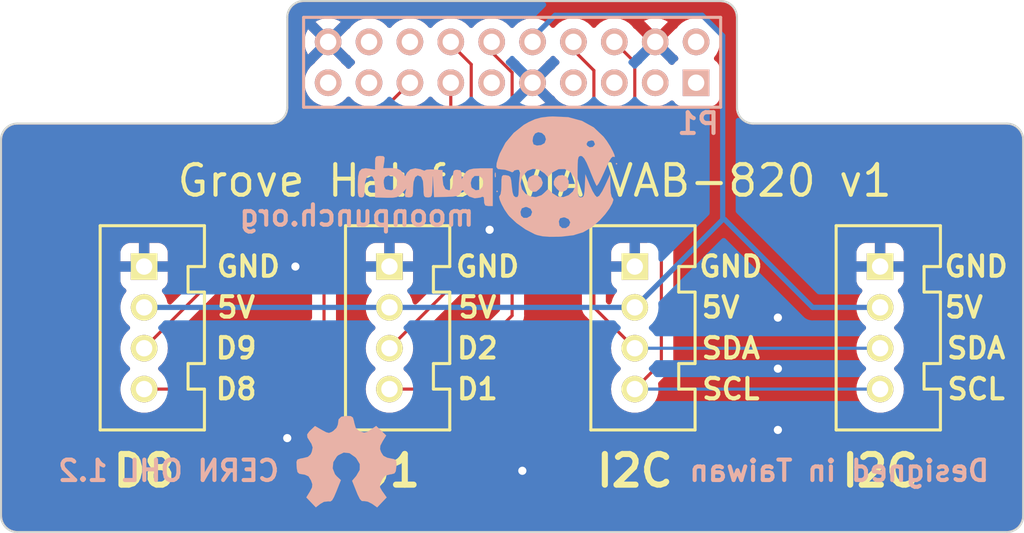
<source format=kicad_pcb>
(kicad_pcb (version 20221018) (generator pcbnew)
  (title_block (title "Grove Hat for VIA VAB-820") (rev "1") (company "Moonpunch") (comment 1 "CERN Open Hardware License 1.2"))
  (layers (0 "F.Cu" signal) (31 "B.Cu" signal) (34 "B.Paste" user) (35 "F.Paste" user) (36 "B.SilkS" user) (37 "F.SilkS" user) (38 "B.Mask" user) (39 "F.Mask" user) (44 "Edge.Cuts" user))
  (net 0 "")
  (net 1 "+5V")
  (net 2 "/D1")
  (net 3 "/D2")
  (net 4 "/D8")
  (net 5 "/D9")
  (net 6 "/SCL")
  (net 7 "/SDA")
  (net 8 "GND")
  (footprint "TWIG_2.0" (layer "F.Cu") (at 226 160 -90)
    (fp_text reference "P2" hide)
    (fp_text value "GROVE" hide)
    (fp_line (start -5 -2.95) (end -5 2.15) (stroke (width 0.15)) (layer "F.SilkS"))
    (fp_line (start -5 2.15) (end 5 2.15) (stroke (width 0.15)) (layer "F.SilkS"))
    (fp_line (start -3 -2.95) (end -5 -2.95) (stroke (width 0.15)) (layer "F.SilkS"))
    (fp_line (start -3 -2.15) (end -3 -2.95) (stroke (width 0.15)) (layer "F.SilkS"))
    (fp_line (start -1.75 -2.95) (end -1.75 -2.15) (stroke (width 0.15)) (layer "F.SilkS"))
    (fp_line (start -1.75 -2.15) (end -3 -2.15) (stroke (width 0.15)) (layer "F.SilkS"))
    (fp_line (start 1.75 -2.95) (end -1.75 -2.95) (stroke (width 0.15)) (layer "F.SilkS"))
    (fp_line (start 1.75 -2.15) (end 1.75 -2.95) (stroke (width 0.15)) (layer "F.SilkS"))
    (fp_line (start 3 -2.95) (end 3 -2.15) (stroke (width 0.15)) (layer "F.SilkS"))
    (fp_line (start 3 -2.15) (end 1.75 -2.15) (stroke (width 0.15)) (layer "F.SilkS"))
    (fp_line (start 5 -2.95) (end 3 -2.95) (stroke (width 0.15)) (layer "F.SilkS"))
    (fp_line (start 5 2.15) (end 5 -2.95) (stroke (width 0.15)) (layer "F.SilkS"))
    (pad "1" thru_hole rect (at -3 0 270) (size 1.3 1.3) (drill 0.8) (layers "*.Cu" "*.Mask" "F.SilkS") (net 8 "GND"))
    (pad "2" thru_hole circle (at -1 0 270) (size 1.3 1.3) (drill 0.8) (layers "*.Cu" "*.Mask" "F.SilkS") (net 1 "+5V"))
    (pad "3" thru_hole circle (at 1 0 270) (size 1.3 1.3) (drill 0.8) (layers "*.Cu" "*.Mask" "F.SilkS") (net 7 "/SDA"))
    (pad "4" thru_hole circle (at 3 0 270) (size 1.3 1.3) (drill 0.8) (layers "*.Cu" "*.Mask" "F.SilkS") (net 6 "/SCL"))
  )
  (footprint "TWIG_2.0" (layer "F.Cu") (at 238 160 -90)
    (fp_text reference "P3" hide)
    (fp_text value "GROVE" hide)
    (fp_line (start -5 -2.95) (end -5 2.15) (stroke (width 0.15)) (layer "F.SilkS"))
    (fp_line (start -5 2.15) (end 5 2.15) (stroke (width 0.15)) (layer "F.SilkS"))
    (fp_line (start -3 -2.95) (end -5 -2.95) (stroke (width 0.15)) (layer "F.SilkS"))
    (fp_line (start -3 -2.15) (end -3 -2.95) (stroke (width 0.15)) (layer "F.SilkS"))
    (fp_line (start -1.75 -2.95) (end -1.75 -2.15) (stroke (width 0.15)) (layer "F.SilkS"))
    (fp_line (start -1.75 -2.15) (end -3 -2.15) (stroke (width 0.15)) (layer "F.SilkS"))
    (fp_line (start 1.75 -2.95) (end -1.75 -2.95) (stroke (width 0.15)) (layer "F.SilkS"))
    (fp_line (start 1.75 -2.15) (end 1.75 -2.95) (stroke (width 0.15)) (layer "F.SilkS"))
    (fp_line (start 3 -2.95) (end 3 -2.15) (stroke (width 0.15)) (layer "F.SilkS"))
    (fp_line (start 3 -2.15) (end 1.75 -2.15) (stroke (width 0.15)) (layer "F.SilkS"))
    (fp_line (start 5 -2.95) (end 3 -2.95) (stroke (width 0.15)) (layer "F.SilkS"))
    (fp_line (start 5 2.15) (end 5 -2.95) (stroke (width 0.15)) (layer "F.SilkS"))
    (pad "1" thru_hole rect (at -3 0 270) (size 1.3 1.3) (drill 0.8) (layers "*.Cu" "*.Mask" "F.SilkS") (net 8 "GND"))
    (pad "2" thru_hole circle (at -1 0 270) (size 1.3 1.3) (drill 0.8) (layers "*.Cu" "*.Mask" "F.SilkS") (net 1 "+5V"))
    (pad "3" thru_hole circle (at 1 0 270) (size 1.3 1.3) (drill 0.8) (layers "*.Cu" "*.Mask" "F.SilkS") (net 7 "/SDA"))
    (pad "4" thru_hole circle (at 3 0 270) (size 1.3 1.3) (drill 0.8) (layers "*.Cu" "*.Mask" "F.SilkS") (net 6 "/SCL"))
  )
  (footprint "TWIG_2.0" (layer "F.Cu") (at 214 160 -90)
    (fp_text reference "P4" hide)
    (fp_text value "GROVE" hide)
    (fp_line (start -5 -2.95) (end -5 2.15) (stroke (width 0.15)) (layer "F.SilkS"))
    (fp_line (start -5 2.15) (end 5 2.15) (stroke (width 0.15)) (layer "F.SilkS"))
    (fp_line (start -3 -2.95) (end -5 -2.95) (stroke (width 0.15)) (layer "F.SilkS"))
    (fp_line (start -3 -2.15) (end -3 -2.95) (stroke (width 0.15)) (layer "F.SilkS"))
    (fp_line (start -1.75 -2.95) (end -1.75 -2.15) (stroke (width 0.15)) (layer "F.SilkS"))
    (fp_line (start -1.75 -2.15) (end -3 -2.15) (stroke (width 0.15)) (layer "F.SilkS"))
    (fp_line (start 1.75 -2.95) (end -1.75 -2.95) (stroke (width 0.15)) (layer "F.SilkS"))
    (fp_line (start 1.75 -2.15) (end 1.75 -2.95) (stroke (width 0.15)) (layer "F.SilkS"))
    (fp_line (start 3 -2.95) (end 3 -2.15) (stroke (width 0.15)) (layer "F.SilkS"))
    (fp_line (start 3 -2.15) (end 1.75 -2.15) (stroke (width 0.15)) (layer "F.SilkS"))
    (fp_line (start 5 -2.95) (end 3 -2.95) (stroke (width 0.15)) (layer "F.SilkS"))
    (fp_line (start 5 2.15) (end 5 -2.95) (stroke (width 0.15)) (layer "F.SilkS"))
    (pad "1" thru_hole rect (at -3 0 270) (size 1.3 1.3) (drill 0.8) (layers "*.Cu" "*.Mask" "F.SilkS") (net 8 "GND"))
    (pad "2" thru_hole circle (at -1 0 270) (size 1.3 1.3) (drill 0.8) (layers "*.Cu" "*.Mask" "F.SilkS") (net 1 "+5V"))
    (pad "3" thru_hole circle (at 1 0 270) (size 1.3 1.3) (drill 0.8) (layers "*.Cu" "*.Mask" "F.SilkS") (net 3 "/D2"))
    (pad "4" thru_hole circle (at 3 0 270) (size 1.3 1.3) (drill 0.8) (layers "*.Cu" "*.Mask" "F.SilkS") (net 2 "/D1"))
  )
  (footprint "TWIG_2.0" (layer "F.Cu") (at 202 160 -90)
    (fp_text reference "P5" hide)
    (fp_text value "GROVE" hide)
    (fp_line (start -5 -2.95) (end -5 2.15) (stroke (width 0.15)) (layer "F.SilkS"))
    (fp_line (start -5 2.15) (end 5 2.15) (stroke (width 0.15)) (layer "F.SilkS"))
    (fp_line (start -3 -2.95) (end -5 -2.95) (stroke (width 0.15)) (layer "F.SilkS"))
    (fp_line (start -3 -2.15) (end -3 -2.95) (stroke (width 0.15)) (layer "F.SilkS"))
    (fp_line (start -1.75 -2.95) (end -1.75 -2.15) (stroke (width 0.15)) (layer "F.SilkS"))
    (fp_line (start -1.75 -2.15) (end -3 -2.15) (stroke (width 0.15)) (layer "F.SilkS"))
    (fp_line (start 1.75 -2.95) (end -1.75 -2.95) (stroke (width 0.15)) (layer "F.SilkS"))
    (fp_line (start 1.75 -2.15) (end 1.75 -2.95) (stroke (width 0.15)) (layer "F.SilkS"))
    (fp_line (start 3 -2.95) (end 3 -2.15) (stroke (width 0.15)) (layer "F.SilkS"))
    (fp_line (start 3 -2.15) (end 1.75 -2.15) (stroke (width 0.15)) (layer "F.SilkS"))
    (fp_line (start 5 -2.95) (end 3 -2.95) (stroke (width 0.15)) (layer "F.SilkS"))
    (fp_line (start 5 2.15) (end 5 -2.95) (stroke (width 0.15)) (layer "F.SilkS"))
    (pad "1" thru_hole rect (at -3 0 270) (size 1.3 1.3) (drill 0.8) (layers "*.Cu" "*.Mask" "F.SilkS") (net 8 "GND"))
    (pad "2" thru_hole circle (at -1 0 270) (size 1.3 1.3) (drill 0.8) (layers "*.Cu" "*.Mask" "F.SilkS") (net 1 "+5V"))
    (pad "3" thru_hole circle (at 1 0 270) (size 1.3 1.3) (drill 0.8) (layers "*.Cu" "*.Mask" "F.SilkS") (net 5 "/D9"))
    (pad "4" thru_hole circle (at 3 0 270) (size 1.3 1.3) (drill 0.8) (layers "*.Cu" "*.Mask" "F.SilkS") (net 4 "/D8"))
  )
  (footprint "pin_array_2mm_10x2" (layer "B.Cu") (at 220 147 180)
    (fp_text reference "P1" (at -9.1 -3 180) (layer "B.SilkS") (effects (font (size 1.016 1.016) (thickness 0.2032)) (justify mirror)))
    (fp_text value "CONN_10X2" hide)
    (fp_line (start -10.2 -2.2) (end 10.2 -2.2) (stroke (width 0.15)) (layer "B.SilkS"))
    (fp_line (start -10.2 2.2) (end -10.2 -2.2) (stroke (width 0.15)) (layer "B.SilkS"))
    (fp_line (start 10.2 -2.2) (end 10.2 2.2) (stroke (width 0.15)) (layer "B.SilkS"))
    (fp_line (start 10.2 2.2) (end -10.2 2.2) (stroke (width 0.15)) (layer "B.SilkS"))
    (pad "1" thru_hole rect (at -9 -1 180) (size 1.3 1.3) (drill 0.8) (layers "*.Cu" "*.Mask" "B.SilkS"))
    (pad "2" thru_hole circle (at -9 1 180) (size 1.3 1.3) (drill 0.8) (layers "*.Cu" "*.Mask" "B.SilkS"))
    (pad "3" thru_hole circle (at -7 -1 180) (size 1.3 1.3) (drill 0.8) (layers "*.Cu" "*.Mask" "B.SilkS"))
    (pad "4" thru_hole circle (at -7 1 180) (size 1.3 1.3) (drill 0.8) (layers "*.Cu" "*.Mask" "B.SilkS") (net 8 "GND"))
    (pad "5" thru_hole circle (at -5 -1 180) (size 1.3 1.3) (drill 0.8) (layers "*.Cu" "*.Mask" "B.SilkS"))
    (pad "6" thru_hole circle (at -5 1 180) (size 1.3 1.3) (drill 0.8) (layers "*.Cu" "*.Mask" "B.SilkS") (net 6 "/SCL"))
    (pad "7" thru_hole circle (at -3 -1 180) (size 1.3 1.3) (drill 0.8) (layers "*.Cu" "*.Mask" "B.SilkS"))
    (pad "8" thru_hole circle (at -3 1 180) (size 1.3 1.3) (drill 0.8) (layers "*.Cu" "*.Mask" "B.SilkS") (net 7 "/SDA"))
    (pad "9" thru_hole circle (at -1 -1 180) (size 1.3 1.3) (drill 0.8) (layers "*.Cu" "*.Mask" "B.SilkS") (net 8 "GND"))
    (pad "10" thru_hole circle (at -1 1 180) (size 1.3 1.3) (drill 0.8) (layers "*.Cu" "*.Mask" "B.SilkS") (net 1 "+5V"))
    (pad "11" thru_hole circle (at 1 -1 180) (size 1.3 1.3) (drill 0.8) (layers "*.Cu" "*.Mask" "B.SilkS"))
    (pad "12" thru_hole circle (at 1 1 180) (size 1.3 1.3) (drill 0.8) (layers "*.Cu" "*.Mask" "B.SilkS") (net 2 "/D1"))
    (pad "13" thru_hole circle (at 3 -1 180) (size 1.3 1.3) (drill 0.8) (layers "*.Cu" "*.Mask" "B.SilkS") (net 4 "/D8"))
    (pad "14" thru_hole circle (at 3 1 180) (size 1.3 1.3) (drill 0.8) (layers "*.Cu" "*.Mask" "B.SilkS") (net 3 "/D2"))
    (pad "15" thru_hole circle (at 5 -1 180) (size 1.3 1.3) (drill 0.8) (layers "*.Cu" "*.Mask" "B.SilkS") (net 5 "/D9"))
    (pad "16" thru_hole circle (at 5 1 180) (size 1.3 1.3) (drill 0.8) (layers "*.Cu" "*.Mask" "B.SilkS"))
    (pad "17" thru_hole circle (at 7 -1 180) (size 1.3 1.3) (drill 0.8) (layers "*.Cu" "*.Mask" "B.SilkS"))
    (pad "18" thru_hole circle (at 7 1 180) (size 1.3 1.3) (drill 0.8) (layers "*.Cu" "*.Mask" "B.SilkS"))
    (pad "19" thru_hole circle (at 9 -1 180) (size 1.3 1.3) (drill 0.8) (layers "*.Cu" "*.Mask" "B.SilkS"))
    (pad "20" thru_hole circle (at 9 1 180) (size 1.3 1.3) (drill 0.8) (layers "*.Cu" "*.Mask" "B.SilkS") (net 8 "GND"))
  )
  (footprint "OSHW" (layer "B.Cu") (at 211.9 166.6)
    (fp_text reference "G***" hide)
    (fp_text value "LOGO" hide)
    (fp_poly (pts (xy 2.44602 0.06604) (xy 2.4384 0.19812) (xy 2.41046 0.42164) (xy 2.34442 0.52832) (xy 2.1971 0.56896) (xy 2.1336 0.57658) (xy 1.91262 0.635) (xy 1.76784 0.78994) (xy 1.71958 0.88392) (xy 1.6383 1.0795) (xy 1.64338 1.2192) (xy 1.7399 1.38684) (xy 1.77546 1.4351) (xy 1.96596 1.70434) (xy 1.73228 1.94818) (xy 1.4986 2.19456) (xy 1.25222 2.0193) (xy 1.04394 1.91262) (xy 0.86106 1.88214) (xy 0.84582 1.88468) (xy 0.74676 1.8796) (xy 0.65278 1.78562) (xy 0.5461 1.57226) (xy 0.48006 1.4097) (xy 0.27178 0.889) (xy 0.47498 0.65024) (xy 0.64516 0.3556) (xy 0.6477 0.07366) (xy 0.48006 -0.20574) (xy 0.42926 -0.26162) (xy 0.14478 -0.46228) (xy -0.13716 -0.49276) (xy -0.40894 -0.35814) (xy -0.4699 -0.30226) (xy -0.64516 -0.0254) (xy -0.67564 0.28194) (xy -0.56388 0.56642) (xy -0.47752 0.66802) (xy -0.27432 0.85598) (xy -0.49022 1.39954) (xy -0.61214 1.68656) (xy -0.70358 1.84658) (xy -0.79248 1.905) (xy -0.88646 1.89738) (xy -1.10236 1.92024) (xy -1.2827 2.02184) (xy -1.50114 2.19202) (xy -1.73482 1.94818) (xy -1.9685 1.70434) (xy -1.79578 1.4224) (xy -1.6891 1.2192) (xy -1.67386 1.05918) (xy -1.73736 0.87122) (xy -1.85928 0.6731) (xy -2.04216 0.58928) (xy -2.1336 0.57658) (xy -2.3114 0.5461) (xy -2.39776 0.46482) (xy -2.43332 0.28448) (xy -2.44094 0.1905) (xy -2.44856 -0.03556) (xy -2.40538 -0.14732) (xy -2.26314 -0.19812) (xy -2.12852 -0.22098) (xy -1.88976 -0.28194) (xy -1.76022 -0.39878) (xy -1.69926 -0.52832) (xy -1.65608 -0.73914) (xy -1.71704 -0.92202) (xy -1.78054 -1.01854) (xy -1.91262 -1.22936) (xy -1.92786 -1.37668) (xy -1.82626 -1.52146) (xy -1.74498 -1.60274) (xy -1.54178 -1.79324) (xy -1.2065 -1.6002) (xy -0.99314 -1.4859) (xy -0.85852 -1.45288) (xy -0.73406 -1.4986) (xy -0.6477 -1.55194) (xy -0.49022 -1.70434) (xy -0.42418 -1.85928) (xy -0.38862 -2.11836) (xy -0.25654 -2.25044) (xy -0.00254 -2.286) (xy 0 -2.286) (xy 0.21082 -2.27584) (xy 0.31242 -2.20726) (xy 0.36576 -2.032) (xy 0.37846 -1.9558) (xy 0.44958 -1.70942) (xy 0.58674 -1.56972) (xy 0.67818 -1.524) (xy 0.8636 -1.47066) (xy 1.02108 -1.50622) (xy 1.18618 -1.61036) (xy 1.45034 -1.79832) (xy 1.69672 -1.56464) (xy 1.9431 -1.32842) (xy 1.7653 -1.0414) (xy 1.65608 -0.83058) (xy 1.64084 -0.66548) (xy 1.69164 -0.51308) (xy 1.8034 -0.33528) (xy 1.9939 -0.23876) (xy 2.12852 -0.21082) (xy 2.33934 -0.16764) (xy 2.43078 -0.09398) (xy 2.44602 0.06604)) (stroke (width 0.00254)) (fill solid) (layer "B.SilkS"))
  )
  (footprint "MOONPUNCHLOGO" (layer "B.Cu") (at 218.8 152.6)
    (fp_text reference "G***" hide)
    (fp_text value "MOONPUNCHLOGO" hide)
    (fp_poly (pts (xy 0.508 0.72136) (xy 0.46482 0.762) (xy 0.42164 0.72136) (xy 0.46482 0.67818) (xy 0.508 0.72136)) (stroke (width 0.00254)) (fill solid) (layer "B.SilkS"))
    (fp_poly (pts (xy 6.35 -0.635) (xy 6.30682 -0.59182) (xy 6.26364 -0.635) (xy 6.30682 -0.67564) (xy 6.35 -0.635)) (stroke (width 0.00254)) (fill solid) (layer "B.SilkS"))
    (fp_poly (pts (xy 6.35 0.635) (xy 6.30682 0.67818) (xy 6.26364 0.635) (xy 6.30682 0.59436) (xy 6.35 0.635)) (stroke (width 0.00254)) (fill solid) (layer "B.SilkS"))
    (fp_poly (pts (xy 0.40386 -0.01778) (xy 0.3937 0.02286) (xy 0.36322 0.03302) (xy 0.35052 -0.08382) (xy 0.36322 -0.2032) (xy 0.3937 -0.1905) (xy 0.40386 -0.01778)) (stroke (width 0.00254)) (fill solid) (layer "B.SilkS"))
    (fp_poly (pts (xy 2.70002 0.2921) (xy 2.65176 0.45974) (xy 2.54 0.59436) (xy 2.37998 0.72898) (xy 2.2479 0.74422) (xy 2.0955 0.67056) (xy 1.98374 0.5207) (xy 1.94818 0.29972) (xy 1.99898 0.08636) (xy 2.04724 0.01778) (xy 2.23774 -0.0762) (xy 2.45364 -0.05588) (xy 2.61366 0.06604) (xy 2.62128 0.07874) (xy 2.70002 0.2921)) (stroke (width 0.00254)) (fill solid) (layer "B.SilkS"))
    (fp_poly (pts (xy 3.96748 0.20574) (xy 3.96494 0.43434) (xy 3.87858 0.62484) (xy 3.81508 0.67564) (xy 3.65252 0.7493) (xy 3.54076 0.73152) (xy 3.39852 0.60452) (xy 3.38582 0.59436) (xy 3.24358 0.40894) (xy 3.23596 0.23622) (xy 3.30454 0.07874) (xy 3.45694 -0.0508) (xy 3.6703 -0.07874) (xy 3.86588 0.00762) (xy 3.87604 0.01778) (xy 3.96748 0.20574)) (stroke (width 0.00254)) (fill solid) (layer "B.SilkS"))
    (fp_poly (pts (xy 0.254 1.44018) (xy 0.04064 1.44018) (xy -0.11176 1.41224) (xy -0.1651 1.2954) (xy -0.17018 1.18872) (xy -0.18288 1.016) (xy -0.19812 1.00584) (xy -0.19812 0.27432) (xy -0.26162 0.07874) (xy -0.41402 -0.0381) (xy -0.62738 -0.03302) (xy -0.63754 -0.03048) (xy -0.76708 0.09652) (xy -0.82296 0.30226) (xy -0.79248 0.50292) (xy -0.762 0.55118) (xy -0.57912 0.66548) (xy -0.38354 0.63754) (xy -0.254 0.50546) (xy -0.19812 0.27432) (xy -0.19812 1.00584) (xy -0.24892 0.98044) (xy -0.36322 1.02362) (xy -0.62738 1.05918) (xy -0.89916 0.97282) (xy -1.10744 0.78486) (xy -1.11506 0.77216) (xy -1.19888 0.65786) (xy -1.2573 0.68834) (xy -1.31064 0.78994) (xy -1.37922 0.88646) (xy -1.49352 0.94488) (xy -1.69418 0.97536) (xy -2.01168 0.98806) (xy -2.61874 1.0033) (xy -2.64922 0.43942) (xy -2.67716 -0.127) (xy -2.69494 0.4445) (xy -2.70764 0.74676) (xy -2.7305 0.91948) (xy -2.78384 0.99568) (xy -2.88036 1.016) (xy -2.921 1.016) (xy -3.04546 1.0033) (xy -3.10642 0.9398) (xy -3.13182 0.77978) (xy -3.13436 0.56134) (xy -3.1623 0.21082) (xy -3.24612 0.0127) (xy -3.26136 0) (xy -3.41884 -0.0635) (xy -3.5433 0.02794) (xy -3.6195 0.25908) (xy -3.64236 0.56134) (xy -3.64744 0.82296) (xy -3.67792 0.96012) (xy -3.75158 1.00838) (xy -3.86334 1.016) (xy -4.01828 0.99568) (xy -4.04876 0.89916) (xy -4.02844 0.79502) (xy -3.97256 0.57404) (xy -4.16814 0.79502) (xy -4.29768 0.92202) (xy -4.41452 0.98552) (xy -4.41452 0.381) (xy -4.4323 0.1524) (xy -4.52882 0.00254) (xy -4.7117 -0.06096) (xy -4.86918 -0.0508) (xy -5.01904 0.02032) (xy -5.07492 0.1651) (xy -5.08 0.2921) (xy -5.05206 0.49784) (xy -4.98348 0.61722) (xy -4.97586 0.6223) (xy -4.70916 0.66548) (xy -4.50596 0.57658) (xy -4.41452 0.381) (xy -4.41452 0.98552) (xy -4.43738 0.99822) (xy -4.63296 1.03124) (xy -4.93268 1.03378) (xy -5.10286 1.0287) (xy -5.50418 1.016) (xy -5.50418 0.56134) (xy -5.53212 0.21082) (xy -5.61848 0.0127) (xy -5.63118 0) (xy -5.7912 -0.0635) (xy -5.91312 0.02794) (xy -5.98932 0.25908) (xy -6.01218 0.56134) (xy -6.0198 0.8255) (xy -6.05282 0.96266) (xy -6.12648 1.01346) (xy -6.18236 1.016) (xy -6.26872 1.00076) (xy -6.31952 0.93218) (xy -6.34492 0.77216) (xy -6.35 0.49022) (xy -6.35 0.39116) (xy -6.33476 -0.00254) (xy -6.27634 -0.25146) (xy -6.1595 -0.381) (xy -5.96646 -0.41402) (xy -5.80136 -0.39624) (xy -5.50418 -0.34798) (xy -5.50418 -0.68326) (xy -5.49402 -0.89662) (xy -5.43814 -0.99314) (xy -5.30098 -1.016) (xy -5.25526 -1.016) (xy -5.0927 -1.0033) (xy -5.03428 -0.93218) (xy -5.04952 -0.7493) (xy -5.0546 -0.71882) (xy -5.10286 -0.42164) (xy -4.71424 -0.42164) (xy -4.44246 -0.40132) (xy -4.26974 -0.32258) (xy -4.17576 -0.22352) (xy -4.0259 -0.02286) (xy -3.937 -0.2032) (xy -3.77952 -0.35306) (xy -3.53568 -0.41148) (xy -3.27406 -0.36576) (xy -3.22326 -0.34036) (xy -3.09118 -0.2921) (xy -3.05054 -0.31496) (xy -2.97434 -0.34544) (xy -2.77876 -0.35814) (xy -2.62636 -0.35052) (xy -2.20218 -0.32258) (xy -2.20218 0.08382) (xy -2.16408 0.4064) (xy -2.05994 0.60706) (xy -1.89738 0.66548) (xy -1.82372 0.6477) (xy -1.74244 0.5588) (xy -1.7018 0.35052) (xy -1.69418 0.12954) (xy -1.6891 -0.13716) (xy -1.66116 -0.27686) (xy -1.59004 -0.3302) (xy -1.48336 -0.33782) (xy -1.32588 -0.30734) (xy -1.27254 -0.1778) (xy -1.26746 -0.10414) (xy -1.26492 0.127) (xy -1.14046 -0.09906) (xy -1.03632 -0.254) (xy -0.89916 -0.34544) (xy -0.69088 -0.3937) (xy -0.36576 -0.40894) (xy -0.23368 -0.40894) (xy 0.254 -0.40894) (xy 0.254 0.51562) (xy 0.254 1.44018)) (stroke (width 0.00254)) (fill solid) (layer "B.SilkS"))
    (fp_poly (pts (xy 6.22554 -0.96774) (xy 6.18998 -0.96774) (xy 6.1214 -0.9779) (xy 6.0452 -0.91186) (xy 5.9436 -0.74676) (xy 5.80898 -0.45974) (xy 5.66928 -0.14732) (xy 5.53466 0.14224) (xy 5.4229 0.35052) (xy 5.3467 0.44704) (xy 5.32892 0.44704) (xy 5.27558 0.3429) (xy 5.24764 0.2794) (xy 5.24764 -1.60782) (xy 5.18668 -1.75006) (xy 5.08254 -1.778) (xy 4.90728 -1.7272) (xy 4.84124 -1.60782) (xy 4.86664 -1.524) (xy 4.99364 -1.43764) (xy 5.14604 -1.45796) (xy 5.24256 -1.5621) (xy 5.24764 -1.60782) (xy 5.24764 0.2794) (xy 5.17652 0.12192) (xy 5.05206 -0.1778) (xy 4.99872 -0.3175) (xy 4.84632 -0.67564) (xy 4.72694 -0.89408) (xy 4.62534 -0.99822) (xy 4.56184 -1.016) (xy 4.49326 -1.0033) (xy 4.44754 -0.94742) (xy 4.4196 -0.82296) (xy 4.4069 -0.5969) (xy 4.40182 -0.24638) (xy 4.40182 0) (xy 4.40436 0.42926) (xy 4.41198 0.71628) (xy 4.42976 0.89154) (xy 4.46532 0.98044) (xy 4.5212 1.01346) (xy 4.56692 1.016) (xy 4.65582 0.99568) (xy 4.70916 0.91186) (xy 4.73964 0.72898) (xy 4.75742 0.44958) (xy 4.78282 -0.11938) (xy 5.00634 0.42672) (xy 5.13334 0.70358) (xy 5.2578 0.90932) (xy 5.34924 0.99822) (xy 5.35178 0.99822) (xy 5.461 0.93472) (xy 5.60578 0.71374) (xy 5.73786 0.44958) (xy 6.00202 -0.127) (xy 6.00456 0.43688) (xy 6.02488 0.79756) (xy 6.07568 0.99822) (xy 6.11632 1.03886) (xy 6.15696 1.1303) (xy 6.09854 1.31318) (xy 5.95884 1.5621) (xy 5.7531 1.8415) (xy 5.50164 2.1209) (xy 5.09524 2.47904) (xy 4.67614 2.72034) (xy 4.29514 2.83718) (xy 4.29514 0.1905) (xy 4.24688 0.04064) (xy 4.04368 -0.23368) (xy 3.7719 -0.37338) (xy 3.46964 -0.36576) (xy 3.175 -0.20828) (xy 3.12166 -0.16002) (xy 2.9464 0.01524) (xy 2.85496 -0.08382) (xy 2.85496 -1.8288) (xy 2.79908 -2.0066) (xy 2.65938 -2.13614) (xy 2.4765 -2.17932) (xy 2.3241 -2.11328) (xy 2.23012 -1.9558) (xy 2.19964 -1.75006) (xy 2.2479 -1.5875) (xy 2.25552 -1.57988) (xy 2.41046 -1.524) (xy 2.6162 -1.54686) (xy 2.7813 -1.6383) (xy 2.78892 -1.64592) (xy 2.85496 -1.8288) (xy 2.85496 -0.08382) (xy 2.78384 -0.16002) (xy 2.51206 -0.34798) (xy 2.21742 -0.38354) (xy 1.94056 -0.2794) (xy 1.71958 -0.0381) (xy 1.6764 0.04064) (xy 1.6129 0.3429) (xy 1.68402 0.61468) (xy 1.8542 0.83058) (xy 2.09042 0.96774) (xy 2.3622 1.00076) (xy 2.63398 0.90678) (xy 2.75336 0.80772) (xy 2.96164 0.60198) (xy 3.16992 0.80772) (xy 3.429 0.97282) (xy 3.70586 0.99822) (xy 3.9624 0.90678) (xy 4.16814 0.72644) (xy 4.2926 0.48006) (xy 4.29514 0.1905) (xy 4.29514 2.83718) (xy 4.2037 2.86766) (xy 4.04368 2.88544) (xy 4.04368 2.2352) (xy 3.96494 2.0828) (xy 3.7846 1.99644) (xy 3.71602 1.99136) (xy 3.54584 2.03962) (xy 3.48488 2.19202) (xy 3.5179 2.4003) (xy 3.64998 2.51714) (xy 3.83032 2.51714) (xy 3.98272 2.40538) (xy 4.04368 2.2352) (xy 4.04368 2.88544) (xy 3.62966 2.9337) (xy 3.46964 2.94132) (xy 3.01752 2.94386) (xy 2.68732 2.91846) (xy 2.4257 2.86004) (xy 2.30632 2.81686) (xy 2.17932 2.75082) (xy 2.17932 1.7272) (xy 2.10312 1.57226) (xy 1.92278 1.48844) (xy 1.8542 1.48336) (xy 1.6764 1.5494) (xy 1.60782 1.72212) (xy 1.64084 1.91008) (xy 1.75514 2.01422) (xy 1.93294 2.01676) (xy 2.10312 1.9177) (xy 2.1209 1.89738) (xy 2.17932 1.7272) (xy 2.17932 2.75082) (xy 1.85166 2.58064) (xy 1.41732 2.2733) (xy 1.06426 1.94056) (xy 0.98806 1.84658) (xy 0.8255 1.60782) (xy 0.68834 1.35636) (xy 0.59436 1.13284) (xy 0.5588 0.9779) (xy 0.58928 0.93218) (xy 0.63754 0.85344) (xy 0.66802 0.65024) (xy 0.67564 0.4191) (xy 0.67818 0.13462) (xy 0.70104 -0.01524) (xy 0.75946 -0.07366) (xy 0.87122 -0.07366) (xy 0.90932 -0.06858) (xy 1.03886 -0.04064) (xy 1.11506 0.02794) (xy 1.1557 0.18542) (xy 1.18364 0.46482) (xy 1.22174 0.76454) (xy 1.27508 0.92964) (xy 1.3589 0.99822) (xy 1.37414 1.00076) (xy 1.46304 0.99314) (xy 1.50876 0.89662) (xy 1.52146 0.67818) (xy 1.524 0.6096) (xy 1.53416 0.29972) (xy 1.5621 0.01016) (xy 1.5748 -0.07366) (xy 1.59766 -0.25654) (xy 1.54432 -0.32766) (xy 1.4478 -0.33782) (xy 1.30556 -0.30226) (xy 1.27 -0.25146) (xy 1.20904 -0.21336) (xy 1.08204 -0.26416) (xy 0.8509 -0.33782) (xy 0.65786 -0.3556) (xy 0.50292 -0.37592) (xy 0.4318 -0.46736) (xy 0.43942 -0.6477) (xy 0.52832 -0.94742) (xy 0.5969 -1.13538) (xy 0.87376 -1.66116) (xy 1.27762 -2.14376) (xy 1.77038 -2.53746) (xy 2.00152 -2.66954) (xy 2.31648 -2.81178) (xy 2.61874 -2.8956) (xy 2.97942 -2.93878) (xy 3.1877 -2.94894) (xy 3.94716 -2.91338) (xy 4.61518 -2.73304) (xy 5.1943 -2.413) (xy 5.6769 -1.95326) (xy 5.83438 -1.74498) (xy 5.9944 -1.49352) (xy 6.12394 -1.25476) (xy 6.20522 -1.06934) (xy 6.22554 -0.96774)) (stroke (width 0.00254)) (fill solid) (layer "B.SilkS"))
  )
  (gr_arc (start 230.2 144) (mid 230.765685 144.234315) (end 231 144.8) (stroke (width 0.1)) (layer "Edge.Cuts"))
  (gr_line (start 209 149.2) (end 209 144.8) (stroke (width 0.1)) (layer "Edge.Cuts"))
  (gr_line (start 231.8 150) (end 244.2 150) (stroke (width 0.1)) (layer "Edge.Cuts"))
  (gr_line (start 209.8 144) (end 230.2 144) (stroke (width 0.1)) (layer "Edge.Cuts"))
  (gr_arc (start 209 149.2) (mid 208.765685 149.765685) (end 208.2 150) (stroke (width 0.1)) (layer "Edge.Cuts"))
  (gr_arc (start 209 144.8) (mid 209.234315 144.234315) (end 209.8 144) (stroke (width 0.1)) (layer "Edge.Cuts"))
  (gr_line (start 208.2 150) (end 195.8 150) (stroke (width 0.1)) (layer "Edge.Cuts"))
  (gr_arc (start 245 169.2) (mid 244.765685 169.765685) (end 244.2 170) (stroke (width 0.1)) (layer "Edge.Cuts"))
  (gr_line (start 245 169.2) (end 245 150.8) (stroke (width 0.1)) (layer "Edge.Cuts"))
  (gr_arc (start 231.8 150) (mid 231.234315 149.765685) (end 231 149.2) (stroke (width 0.1)) (layer "Edge.Cuts"))
  (gr_arc (start 244.2 150) (mid 244.765685 150.234315) (end 245 150.8) (stroke (width 0.1)) (layer "Edge.Cuts"))
  (gr_arc (start 195 150.8) (mid 195.234315 150.234315) (end 195.8 150) (stroke (width 0.1)) (layer "Edge.Cuts"))
  (gr_line (start 231 144.8) (end 231 149.2) (stroke (width 0.1)) (layer "Edge.Cuts"))
  (gr_arc (start 195.8 170) (mid 195.234315 169.765685) (end 195 169.2) (stroke (width 0.1)) (layer "Edge.Cuts"))
  (gr_line (start 195 150.8) (end 195 169.2) (stroke (width 0.1)) (layer "Edge.Cuts"))
  (gr_line (start 195.8 170) (end 244.2 170) (stroke (width 0.1)) (layer "Edge.Cuts"))
  (gr_text "CERN OHL 1.2" (at 203.2 167) (layer "B.SilkS") (effects (font (size 1 1) (thickness 0.2)) (justify mirror)))
  (gr_text "moonpunch.org" (at 212.4 154.5) (layer "B.SilkS") (effects (font (size 1 1) (thickness 0.2)) (justify mirror)))
  (gr_text "Designed in Taiwan" (at 236 167) (layer "B.SilkS") (effects (font (size 1 1) (thickness 0.2)) (justify mirror)))
  (gr_text "5V" (at 218.3 159) (layer "F.SilkS") (effects (font (size 1 1) (thickness 0.2))))
  (gr_text "GND\n" (at 242.7 157) (layer "F.SilkS") (effects (font (size 1 1) (thickness 0.2))))
  (gr_text "SDA" (at 242.7 161) (layer "F.SilkS") (effects (font (size 1 1) (thickness 0.2))))
  (gr_text "GND" (at 230.7 157) (layer "F.SilkS") (effects (font (size 1 1) (thickness 0.2))))
  (gr_text "D8" (at 206.5 163) (layer "F.SilkS") (effects (font (size 1 1) (thickness 0.2))))
  (gr_text "GND" (at 207.1 157) (layer "F.SilkS") (effects (font (size 1 1) (thickness 0.2))))
  (gr_text "GND" (at 218.8 157) (layer "F.SilkS") (effects (font (size 1 1) (thickness 0.2))))
  (gr_text "D1" (at 218.3 163) (layer "F.SilkS") (effects (font (size 1 1) (thickness 0.2))))
  (gr_text "5V" (at 206.5 159) (layer "F.SilkS") (effects (font (size 1 1) (thickness 0.2))))
  (gr_text "SDA" (at 230.7 161) (layer "F.SilkS") (effects (font (size 1 1) (thickness 0.2))))
  (gr_text "I2C" (at 226 167) (layer "F.SilkS") (effects (font (size 1.5 1.5) (thickness 0.3))))
  (gr_text "D2" (at 218.3 161) (layer "F.SilkS") (effects (font (size 1 1) (thickness 0.2))))
  (gr_text "I2C" (at 238 167) (layer "F.SilkS") (effects (font (size 1.5 1.5) (thickness 0.3))))
  (gr_text "Grove Hat for VIA VAB-820 v1" (at 221.1 152.8) (layer "F.SilkS") (effects (font (size 1.5 1.5) (thickness 0.2))))
  (gr_text "SCL" (at 242.7 163) (layer "F.SilkS") (effects (font (size 1 1) (thickness 0.2))))
  (gr_text "SCL" (at 230.7 163) (layer "F.SilkS") (effects (font (size 1 1) (thickness 0.2))))
  (gr_text "D9" (at 206.5 161) (layer "F.SilkS") (effects (font (size 1 1) (thickness 0.2))))
  (gr_text "5V" (at 230.2 159) (layer "F.SilkS") (effects (font (size 1 1) (thickness 0.2))))
  (gr_text "D8" (at 202 167) (layer "F.SilkS") (effects (font (size 1.5 1.5) (thickness 0.3))))
  (gr_text "5V" (at 242.1 159) (layer "F.SilkS") (effects (font (size 1 1) (thickness 0.2))))
  (gr_text "D1" (at 214 167) (layer "F.SilkS") (effects (font (size 1.5 1.5) (thickness 0.3))))
  (segment (start 214 159) (end 226 159) (width 0.254) (layer "B.Cu") (net 1))
  (segment (start 221 145.8) (end 222.1 144.7) (width 0.254) (layer "B.Cu") (net 1))
  (segment (start 222.1 144.7) (end 229.3 144.7) (width 0.254) (layer "B.Cu") (net 1))
  (segment (start 229.3 144.7) (end 230.3 145.7) (width 0.254) (layer "B.Cu") (net 1))
  (segment (start 230.3 145.7) (end 230.3 154.7) (width 0.254) (layer "B.Cu") (net 1))
  (segment (start 230.3 154.7) (end 226 159) (width 0.254) (layer "B.Cu") (net 1))
  (segment (start 230.4 154.7) (end 234.7 159) (width 0.254) (layer "B.Cu") (net 1))
  (segment (start 234.7 159) (end 238 159) (width 0.254) (layer "B.Cu") (net 1))
  (segment (start 230.3 154.7) (end 230.4 154.7) (width 0.254) (layer "B.Cu") (net 1))
  (segment (start 221 146) (end 221 145.8) (width 0.254) (layer "B.Cu") (net 1))
  (segment (start 202 159) (end 214 159) (width 0.254) (layer "B.Cu") (net 1))
  (segment (start 219 146.5) (end 220 147.5) (width 0.1524) (layer "F.Cu") (net 2))
  (segment (start 220 147.5) (end 220 159.4) (width 0.1524) (layer "F.Cu") (net 2))
  (segment (start 220 159.4) (end 216.4 163) (width 0.1524) (layer "F.Cu") (net 2))
  (segment (start 216.4 163) (end 214 163) (width 0.1524) (layer "F.Cu") (net 2))
  (segment (start 219 146) (end 219 146.5) (width 0.1524) (layer "F.Cu") (net 2))
  (segment (start 217 146.1) (end 218 147.1) (width 0.1524) (layer "F.Cu") (net 3))
  (segment (start 218 147.1) (end 218 157) (width 0.1524) (layer "F.Cu") (net 3))
  (segment (start 218 157) (end 214 161) (width 0.1524) (layer "F.Cu") (net 3))
  (segment (start 217 146) (end 217 146.1) (width 0.1524) (layer "F.Cu") (net 3))
  (segment (start 217 149.2) (end 210.8 155.4) (width 0.1524) (layer "F.Cu") (net 4))
  (segment (start 210.8 155.4) (end 210.8 159.8) (width 0.1524) (layer "F.Cu") (net 4))
  (segment (start 210.8 159.8) (end 207.6 163) (width 0.1524) (layer "F.Cu") (net 4))
  (segment (start 207.6 163) (end 202 163) (width 0.1524) (layer "F.Cu") (net 4))
  (segment (start 217 148) (end 217 149.2) (width 0.1524) (layer "F.Cu") (net 4))
  (segment (start 215 148) (end 202 161) (width 0.1524) (layer "F.Cu") (net 5))
  (segment (start 226 147) (end 226 154.1) (width 0.1524) (layer "F.Cu") (net 6))
  (segment (start 226 154.1) (end 227.3 155.4) (width 0.1524) (layer "F.Cu") (net 6))
  (segment (start 227.3 155.4) (end 227.3 161.7) (width 0.1524) (layer "F.Cu") (net 6))
  (segment (start 227.3 161.7) (end 226 163) (width 0.1524) (layer "F.Cu") (net 6))
  (segment (start 225 146) (end 226 147) (width 0.1524) (layer "F.Cu") (net 6))
  (segment (start 226 163) (end 238 163) (width 0.1524) (layer "B.Cu") (net 6))
  (segment (start 223 146.4) (end 224 147.4) (width 0.1524) (layer "F.Cu") (net 7))
  (segment (start 224 147.4) (end 224 159) (width 0.1524) (layer "F.Cu") (net 7))
  (segment (start 224 159) (end 226 161) (width 0.1524) (layer "F.Cu") (net 7))
  (segment (start 223 146) (end 223 146.4) (width 0.1524) (layer "F.Cu") (net 7))
  (segment (start 226 161) (end 238 161) (width 0.1524) (layer "B.Cu") (net 7))
  (segment (start 227 145.7) (end 226 144.7) (width 0.254) (layer "F.Cu") (net 8))
  (segment (start 226 144.7) (end 212.3 144.7) (width 0.254) (layer "F.Cu") (net 8))
  (segment (start 212.3 144.7) (end 211 146) (width 0.254) (layer "F.Cu") (net 8))
  (segment (start 235.5 157) (end 233 159.5) (width 0.254) (layer "F.Cu") (net 8))
  (segment (start 233 165.2) (end 231.2 167) (width 0.254) (layer "F.Cu") (net 8))
  (segment (start 231.2 167) (end 220.5 167) (width 0.254) (layer "F.Cu") (net 8))
  (segment (start 210.6 167) (end 209 165.4) (width 0.254) (layer "F.Cu") (net 8))
  (segment (start 220.5 167) (end 210.6 167) (width 0.254) (layer "F.Cu") (net 8))
  (segment (start 227 146) (end 227 145.7) (width 0.254) (layer "F.Cu") (net 8))
  (segment (start 233 165) (end 233 165.2) (width 0.254) (layer "F.Cu") (net 8))
  (segment (start 233 162) (end 233 159.5) (width 0.254) (layer "F.Cu") (net 8))
  (segment (start 233 165) (end 233 162) (width 0.254) (layer "F.Cu") (net 8))
  (segment (start 238 157) (end 235.5 157) (width 0.254) (layer "F.Cu") (net 8))
  (via (at 233 165) (size 0.6) (drill 0.4) (layers "F.Cu" "B.Cu") (net 8))
  (via (at 233 159.5) (size 0.6) (drill 0.4) (layers "F.Cu" "B.Cu") (net 8))
  (via (at 209 165.4) (size 0.6) (drill 0.4) (layers "F.Cu" "B.Cu") (net 8))
  (via (at 218.9 155.2) (size 0.6) (drill 0.4) (layers "F.Cu" "B.Cu") (net 8))
  (via (at 220.5 167) (size 0.6) (drill 0.4) (layers "F.Cu" "B.Cu") (net 8))
  (via (at 233 162) (size 0.6) (drill 0.4) (layers "F.Cu" "B.Cu") (net 8))
  (via (at 209.4 157) (size 0.6) (drill 0.4) (layers "F.Cu" "B.Cu") (net 8))
  (segment (start 217.1 157) (end 218.9 155.2) (width 0.254) (layer "B.Cu") (net 8))
  (segment (start 214 157) (end 209.4 157) (width 0.254) (layer "B.Cu") (net 8))
  (segment (start 214 157) (end 217.1 157) (width 0.254) (layer "B.Cu") (net 8))
  (zone (net 8) (net_name "GND") (layer "F.Cu") (connect_pads (clearance 0.508)) (min_thickness 0.254) (fill yes (thermal_gap 0.508) (thermal_bridge_width 0.508))
    (polygon (pts (xy 195 144) (xy 245 144) (xy 245 170) (xy 195 170)))
  )
  (zone (net 8) (net_name "GND") (layer "B.Cu") (connect_pads (clearance 0.508)) (min_thickness 0.254) (fill yes (thermal_gap 0.508) (thermal_bridge_width 0.508))
    (polygon (pts (xy 195 144) (xy 245 144) (xy 245 170) (xy 195 170)))
  )
)
</source>
